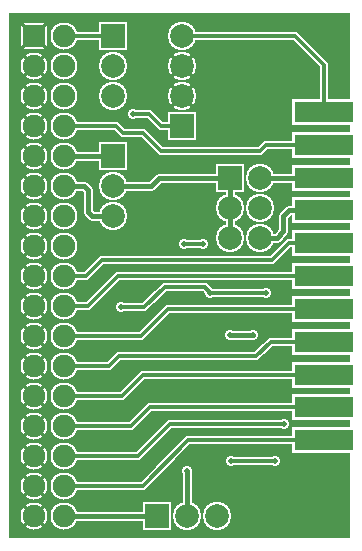
<source format=gbr>
%FSLAX23Y23*%
%MOMM*%
%AMPASTFTDEUX*
20,1,$5,$1+$3,$2-$4,$1-$3,$2+$4,0*
20,1,$5,$1+$3,$2+$4,$1-$3,$2-$4,0*%
%ADD10C,0.8*%
%ADD11C,0.7*%
%ADD12R,5.4X2.2*%
%ADD13R,2.3X2.3*%
%ADD14PASTFTDEUX,0X0X1.21X1.21X0.3*%
%ADD15C,2.3*%
%ADD16PASTFTDEUX,0X0X0.82X0.82X0.3*%
%ADD17R,2.4X2.4*%
%ADD18C,2.4*%
%ADD19PASTFTDEUX,0X0X0.85X0.85X0.3*%
%ADD20C,0.9*%
%ADD21C,0.4*%
%ADD22C,0.3*%
%ADD23R,5X1.8*%
%ADD24C,0.2*%
%ADD25C,0.1*%
%ADD26R,1.9X1.9*%
%ADD27C,1*%
%ADD28C,1.9*%
%ADD29R,1.7X1.3*%
%ADD30R,1X1.25*%
%ADD31R,1X1.3*%
%ADD32R,1.3X1*%
%ADD33R,2X2*%
%ADD34C,2*%
%ADD35R,1.25X1*%
%ADD36R,0.4X0.9*%
%ADD37R,2.2X0.7*%
%ADD38C,0.5*%
%ADD39C,0.05*%
%LPD*%
G36*
X630Y45080D02*
X630Y640D01*
X29520Y640D01*
X29520Y45080D01*
X630Y45080D01*
G37*
%LPC*%
G54D10*
X5310Y32990D02*
X9460Y32990D01*
G54D11*
X5310Y43150D02*
X9460Y43150D01*
G54D11*
X27300Y36710D02*
X27300Y40700D01*
G54D11*
X15350Y43130D02*
X24870Y43130D01*
G54D11*
X24870Y43130D02*
X27300Y40700D01*
G54D10*
X19350Y31150D02*
X19350Y28610D01*
G54D10*
X19350Y28610D02*
X19350Y26070D01*
G54D10*
X27300Y31150D02*
X21890Y31150D01*
G54D10*
X23900Y26580D02*
X23390Y26070D01*
G54D10*
X23900Y27860D02*
X23900Y26580D01*
G54D10*
X24410Y28370D02*
X23900Y27860D01*
G54D10*
X21890Y26070D02*
X23390Y26070D01*
G54D10*
X27300Y28370D02*
X24410Y28370D01*
G54D11*
X15850Y8900D02*
X12000Y5040D01*
G54D11*
X27300Y8910D02*
X15850Y8900D01*
G54D11*
X5310Y5050D02*
X12000Y5040D01*
G54D11*
X23960Y10310D02*
X14300Y10310D01*
G54D11*
X5310Y7590D02*
X11580Y7590D01*
G54D11*
X14300Y10310D02*
X11580Y7590D01*
G54D11*
X12570Y11700D02*
X11010Y10130D01*
G54D11*
X27300Y11690D02*
X12570Y11700D01*
G54D11*
X5310Y10130D02*
X11010Y10130D01*
G54D11*
X12030Y14470D02*
X10230Y12670D01*
G54D11*
X27300Y14470D02*
X12030Y14470D01*
G54D11*
X5310Y12670D02*
X10230Y12670D01*
G54D11*
X9160Y15210D02*
X9950Y16000D01*
G54D11*
X21600Y16000D02*
X9950Y16000D01*
G54D11*
X22850Y17250D02*
X21600Y16000D01*
G54D11*
X27300Y17250D02*
X22850Y17250D01*
G54D11*
X5310Y15210D02*
X9160Y15210D01*
G54D11*
X11860Y17750D02*
X14140Y20030D01*
G54D11*
X27300Y20030D02*
X14140Y20030D01*
G54D11*
X5310Y17750D02*
X11860Y17750D01*
G54D11*
X7370Y20290D02*
X9900Y22810D01*
G54D11*
X27300Y22810D02*
X9900Y22810D01*
G54D11*
X5310Y20290D02*
X7370Y20290D01*
G54D11*
X8510Y24140D02*
X7190Y22820D01*
G54D11*
X22930Y24140D02*
X8510Y24140D01*
G54D11*
X24380Y25600D02*
X22930Y24140D01*
G54D11*
X27300Y25590D02*
X24380Y25600D01*
G54D11*
X5310Y22830D02*
X7190Y22820D01*
G54D10*
X12650Y30450D02*
X13350Y31150D01*
G54D10*
X19350Y31150D02*
X13350Y31150D01*
G54D10*
X9460Y30450D02*
X12650Y30450D01*
G54D10*
X7370Y28230D02*
X7680Y27920D01*
G54D10*
X7370Y28230D02*
X7370Y30070D01*
G54D10*
X6990Y30450D02*
X7370Y30070D01*
G54D10*
X5310Y30450D02*
X6990Y30450D01*
G54D10*
X9460Y27910D02*
X7680Y27920D01*
G54D11*
X22410Y33940D02*
X21880Y33400D01*
G54D11*
X21880Y33400D02*
X13540Y33400D01*
G54D11*
X12000Y34950D02*
X13540Y33400D01*
G54D11*
X12000Y34950D02*
X10290Y34950D01*
G54D11*
X27300Y33930D02*
X22410Y33940D01*
G54D11*
X5310Y35530D02*
X9710Y35530D01*
G54D11*
X10290Y34950D02*
X9710Y35530D01*
G54D11*
X19430Y7150D02*
X23170Y7150D01*
G54D11*
X12530Y36520D02*
X11200Y36520D01*
G54D11*
X15350Y35510D02*
X13540Y35510D01*
G54D11*
X12530Y36520D02*
X13540Y35510D01*
G54D11*
X17230Y21890D02*
X13860Y21890D01*
G54D11*
X17710Y21410D02*
X17230Y21890D01*
G54D11*
X10180Y20170D02*
X12130Y20160D01*
G54D11*
X12130Y20160D02*
X13860Y21890D01*
G54D11*
X17710Y21410D02*
X22430Y21410D01*
G54D10*
X19370Y17820D02*
X21280Y17820D01*
G54D11*
X15510Y25540D02*
X17110Y25540D01*
G54D10*
X5310Y2510D02*
X13170Y2510D01*
G54D10*
X15710Y6280D02*
X15710Y2510D01*
%LPC*%
G54D12*
X27300Y36710D03*
%LPC*%
G54D12*
X27300Y33930D03*
%LPC*%
G54D12*
X27300Y31150D03*
%LPC*%
G54D12*
X27300Y28370D03*
%LPC*%
G54D12*
X27300Y25590D03*
%LPC*%
G54D12*
X27300Y22810D03*
%LPC*%
G54D12*
X27300Y20030D03*
%LPC*%
G54D12*
X27300Y17250D03*
%LPC*%
G54D12*
X27300Y14470D03*
%LPC*%
G54D12*
X27300Y11690D03*
%LPC*%
G54D12*
X27300Y8910D03*
%LPC*%
G54D13*
X2770Y43150D03*
%LPD*%
G54D14*
X2770Y43150D03*
%LPC*%
G54D15*
X5310Y43150D03*
%LPC*%
G54D15*
X2770Y40610D03*
%LPD*%
G54D16*
X2770Y40610D03*
%LPC*%
G54D15*
X5310Y40610D03*
%LPC*%
G54D15*
X2770Y38070D03*
%LPD*%
G54D16*
X2770Y38070D03*
%LPC*%
G54D15*
X5310Y38070D03*
%LPC*%
G54D15*
X2770Y35530D03*
%LPD*%
G54D16*
X2770Y35530D03*
%LPC*%
G54D15*
X5310Y35530D03*
%LPC*%
G54D15*
X2770Y32990D03*
%LPD*%
G54D16*
X2770Y32990D03*
%LPC*%
G54D15*
X5310Y32990D03*
%LPC*%
G54D15*
X2770Y30450D03*
%LPD*%
G54D16*
X2770Y30450D03*
%LPC*%
G54D15*
X5310Y30450D03*
%LPC*%
G54D15*
X2770Y27910D03*
%LPD*%
G54D16*
X2770Y27910D03*
%LPC*%
G54D15*
X5310Y27910D03*
%LPC*%
G54D15*
X2770Y25370D03*
%LPD*%
G54D16*
X2770Y25370D03*
%LPC*%
G54D15*
X5310Y25370D03*
%LPC*%
G54D15*
X2770Y22830D03*
%LPD*%
G54D16*
X2770Y22830D03*
%LPC*%
G54D15*
X5310Y22830D03*
%LPC*%
G54D15*
X2770Y20290D03*
%LPD*%
G54D16*
X2770Y20290D03*
%LPC*%
G54D15*
X5310Y20290D03*
%LPC*%
G54D15*
X2770Y17750D03*
%LPD*%
G54D16*
X2770Y17750D03*
%LPC*%
G54D15*
X5310Y17750D03*
%LPC*%
G54D15*
X2770Y15210D03*
%LPD*%
G54D16*
X2770Y15210D03*
%LPC*%
G54D15*
X5310Y15210D03*
%LPC*%
G54D15*
X2770Y12670D03*
%LPD*%
G54D16*
X2770Y12670D03*
%LPC*%
G54D15*
X5310Y12670D03*
%LPC*%
G54D15*
X2770Y10130D03*
%LPD*%
G54D16*
X2770Y10130D03*
%LPC*%
G54D15*
X5310Y10130D03*
%LPC*%
G54D15*
X2770Y7590D03*
%LPD*%
G54D16*
X2770Y7590D03*
%LPC*%
G54D15*
X5310Y7590D03*
%LPC*%
G54D15*
X2770Y5050D03*
%LPD*%
G54D16*
X2770Y5050D03*
%LPC*%
G54D15*
X5310Y5050D03*
%LPC*%
G54D15*
X2770Y2510D03*
%LPD*%
G54D16*
X2770Y2510D03*
%LPC*%
G54D15*
X5310Y2510D03*
%LPC*%
G54D17*
X15350Y35510D03*
%LPC*%
G54D18*
X15350Y38050D03*
%LPD*%
G54D19*
X15350Y38050D03*
%LPC*%
G54D18*
X15350Y40590D03*
%LPD*%
G54D19*
X15350Y40590D03*
%LPC*%
G54D18*
X15350Y43130D03*
%LPC*%
G54D17*
X13170Y2510D03*
%LPC*%
G54D18*
X15710Y2510D03*
%LPC*%
G54D18*
X18250Y2510D03*
%LPC*%
G54D17*
X9460Y43150D03*
%LPC*%
G54D18*
X9460Y40610D03*
%LPC*%
G54D18*
X9460Y38070D03*
%LPC*%
G54D17*
X9460Y32990D03*
%LPC*%
G54D18*
X9460Y30450D03*
%LPC*%
G54D18*
X9460Y27910D03*
%LPC*%
G54D18*
X21890Y31150D03*
%LPC*%
G54D18*
X21890Y28610D03*
%LPC*%
G54D18*
X21890Y26070D03*
%LPC*%
G54D17*
X19350Y31150D03*
%LPC*%
G54D18*
X19350Y28610D03*
%LPC*%
G54D18*
X19350Y26070D03*
%LPC*%
G54D20*
X23960Y10310D03*
%LPC*%
G54D20*
X23170Y7150D03*
%LPC*%
G54D20*
X19430Y7150D03*
%LPC*%
G54D20*
X15710Y6280D03*
%LPC*%
G54D20*
X11200Y36520D03*
%LPC*%
G54D20*
X22430Y21410D03*
%LPC*%
G54D20*
X10180Y20170D03*
%LPC*%
G54D20*
X17710Y21410D03*
%LPC*%
G54D20*
X15510Y25540D03*
%LPC*%
G54D20*
X19370Y17820D03*
%LPC*%
G54D20*
X21280Y17820D03*
%LPC*%
G54D20*
X17110Y25540D03*
%LPD*%
G54D21*
X5310Y32990D02*
X9460Y32990D01*
G54D22*
X5310Y43150D02*
X9460Y43150D01*
G54D22*
X24870Y43130D02*
X27300Y40700D01*
G54D22*
X15350Y43130D02*
X24870Y43130D01*
G54D22*
X27300Y36710D02*
X27300Y40700D01*
G54D21*
X19350Y31150D02*
X19350Y28610D01*
G54D21*
X19350Y28610D02*
X19350Y26070D01*
G54D21*
X27300Y31150D02*
X21890Y31150D01*
G54D21*
X27300Y28370D02*
X24410Y28370D01*
G54D21*
X21890Y26070D02*
X23390Y26070D01*
G54D21*
X24410Y28370D02*
X23900Y27860D01*
G54D21*
X23900Y27860D02*
X23900Y26580D01*
G54D21*
X23900Y26580D02*
X23390Y26070D01*
G54D22*
X5310Y5050D02*
X12000Y5040D01*
G54D22*
X27300Y8910D02*
X15850Y8900D01*
G54D22*
X15850Y8900D02*
X12000Y5040D01*
G54D22*
X14300Y10310D02*
X11580Y7590D01*
G54D22*
X5310Y7590D02*
X11580Y7590D01*
G54D22*
X23960Y10310D02*
X14300Y10310D01*
G54D22*
X5310Y10130D02*
X11010Y10130D01*
G54D22*
X27300Y11690D02*
X12570Y11700D01*
G54D22*
X12570Y11700D02*
X11010Y10130D01*
G54D22*
X5310Y12670D02*
X10230Y12670D01*
G54D22*
X27300Y14470D02*
X12030Y14470D01*
G54D22*
X12030Y14470D02*
X10230Y12670D01*
G54D22*
X5310Y15210D02*
X9160Y15210D01*
G54D22*
X27300Y17250D02*
X22850Y17250D01*
G54D22*
X22850Y17250D02*
X21600Y16000D01*
G54D22*
X21600Y16000D02*
X9950Y16000D01*
G54D22*
X9160Y15210D02*
X9950Y16000D01*
G54D22*
X5310Y17750D02*
X11860Y17750D01*
G54D22*
X27300Y20030D02*
X14140Y20030D01*
G54D22*
X11860Y17750D02*
X14140Y20030D01*
G54D22*
X5310Y20290D02*
X7370Y20290D01*
G54D22*
X27300Y22810D02*
X9900Y22810D01*
G54D22*
X7370Y20290D02*
X9900Y22810D01*
G54D22*
X5310Y22830D02*
X7190Y22820D01*
G54D22*
X27300Y25590D02*
X24380Y25600D01*
G54D22*
X24380Y25600D02*
X22930Y24140D01*
G54D22*
X22930Y24140D02*
X8510Y24140D01*
G54D22*
X8510Y24140D02*
X7190Y22820D01*
G54D21*
X9460Y30450D02*
X12650Y30450D01*
G54D21*
X19350Y31150D02*
X13350Y31150D01*
G54D21*
X12650Y30450D02*
X13350Y31150D01*
G54D21*
X9460Y27910D02*
X7680Y27920D01*
G54D21*
X5310Y30450D02*
X6990Y30450D01*
G54D21*
X6990Y30450D02*
X7370Y30070D01*
G54D21*
X7370Y28230D02*
X7370Y30070D01*
G54D21*
X7370Y28230D02*
X7680Y27920D01*
G54D22*
X10290Y34950D02*
X9710Y35530D01*
G54D22*
X5310Y35530D02*
X9710Y35530D01*
G54D22*
X27300Y33930D02*
X22410Y33940D01*
G54D22*
X12000Y34950D02*
X10290Y34950D01*
G54D22*
X12000Y34950D02*
X13540Y33400D01*
G54D22*
X21880Y33400D02*
X13540Y33400D01*
G54D22*
X22410Y33940D02*
X21880Y33400D01*
G54D22*
X19430Y7150D02*
X23170Y7150D01*
G54D22*
X12530Y36520D02*
X13540Y35510D01*
G54D22*
X15350Y35510D02*
X13540Y35510D01*
G54D22*
X12530Y36520D02*
X11200Y36520D01*
G54D22*
X12130Y20160D02*
X13860Y21890D01*
G54D22*
X10180Y20170D02*
X12130Y20160D01*
G54D22*
X17710Y21410D02*
X17230Y21890D01*
G54D22*
X17230Y21890D02*
X13860Y21890D01*
G54D22*
X17710Y21410D02*
X22430Y21410D01*
G54D22*
X15510Y25540D02*
X17110Y25540D01*
G54D21*
X19370Y17820D02*
X21280Y17820D01*
G54D21*
X5310Y2510D02*
X13170Y2510D01*
G54D21*
X15710Y6280D02*
X15710Y2510D01*
G54D23*
X27300Y36710D03*
G54D23*
X27300Y33930D03*
G54D23*
X27300Y31150D03*
G54D23*
X27300Y28370D03*
G54D23*
X27300Y25590D03*
G54D23*
X27300Y22810D03*
G54D23*
X27300Y20030D03*
G54D23*
X27300Y17250D03*
G54D23*
X27300Y14470D03*
G54D23*
X27300Y11690D03*
G54D23*
X27300Y8910D03*
G54D26*
X2770Y43150D03*
G54D28*
X5310Y43150D03*
G54D28*
X2770Y40610D03*
G54D28*
X5310Y40610D03*
G54D28*
X2770Y38070D03*
G54D28*
X5310Y38070D03*
G54D28*
X2770Y35530D03*
G54D28*
X5310Y35530D03*
G54D28*
X2770Y32990D03*
G54D28*
X5310Y32990D03*
G54D28*
X2770Y30450D03*
G54D28*
X5310Y30450D03*
G54D28*
X2770Y27910D03*
G54D28*
X5310Y27910D03*
G54D28*
X2770Y25370D03*
G54D28*
X5310Y25370D03*
G54D28*
X2770Y22830D03*
G54D28*
X5310Y22830D03*
G54D28*
X2770Y20290D03*
G54D28*
X5310Y20290D03*
G54D28*
X2770Y17750D03*
G54D28*
X5310Y17750D03*
G54D28*
X2770Y15210D03*
G54D28*
X5310Y15210D03*
G54D28*
X2770Y12670D03*
G54D28*
X5310Y12670D03*
G54D28*
X2770Y10130D03*
G54D28*
X5310Y10130D03*
G54D28*
X2770Y7590D03*
G54D28*
X5310Y7590D03*
G54D28*
X2770Y5050D03*
G54D28*
X5310Y5050D03*
G54D28*
X2770Y2510D03*
G54D28*
X5310Y2510D03*
G54D33*
X15350Y35510D03*
G54D34*
X15350Y38050D03*
G54D34*
X15350Y40590D03*
G54D34*
X15350Y43130D03*
G54D33*
X13170Y2510D03*
G54D34*
X15710Y2510D03*
G54D34*
X18250Y2510D03*
G54D33*
X9460Y43150D03*
G54D34*
X9460Y40610D03*
G54D34*
X9460Y38070D03*
G54D33*
X9460Y32990D03*
G54D34*
X9460Y30450D03*
G54D34*
X9460Y27910D03*
G54D34*
X21890Y31150D03*
G54D34*
X21890Y28610D03*
G54D34*
X21890Y26070D03*
G54D33*
X19350Y31150D03*
G54D34*
X19350Y28610D03*
G54D34*
X19350Y26070D03*
G54D38*
X24150Y13100D03*
G54D38*
X17400Y17330D03*
G54D38*
X21910Y41350D03*
G54D38*
X14190Y6000D03*
G54D38*
X11440Y21460D03*
G54D38*
X23960Y10310D03*
G54D38*
X15950Y21020D03*
G54D38*
X19430Y7150D03*
G54D38*
X23170Y7150D03*
G54D38*
X15710Y6280D03*
G54D38*
X11200Y36520D03*
G54D38*
X10180Y20170D03*
G54D38*
X22430Y21410D03*
G54D38*
X17710Y21410D03*
G54D38*
X17110Y25540D03*
G54D38*
X21280Y17820D03*
G54D38*
X19370Y17820D03*
G54D38*
X15510Y25540D03*
M02*

</source>
